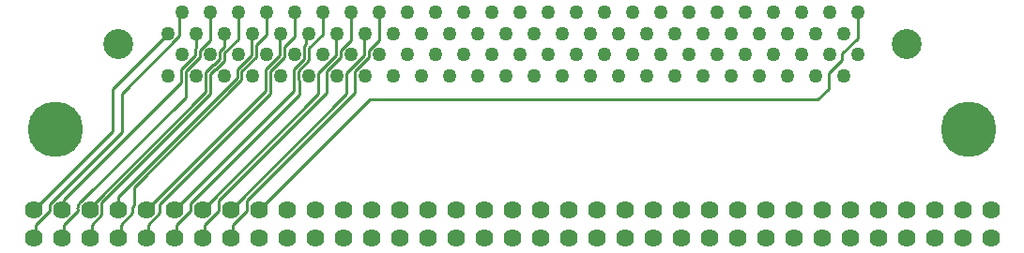
<source format=gtl>
G04*
G04 #@! TF.GenerationSoftware,Altium Limited,Altium Designer,20.0.11 (256)*
G04*
G04 Layer_Physical_Order=1*
G04 Layer_Color=255*
%FSLAX25Y25*%
%MOIN*%
G70*
G01*
G75*
%ADD10C,0.01000*%
%ADD18C,0.06378*%
%ADD19C,0.05000*%
%ADD20C,0.10630*%
%ADD21C,0.19685*%
D10*
X36129Y9651D02*
G03*
X34894Y7046I3033J-3033D01*
G01*
X36129Y9651D02*
X73213Y46736D01*
Y55845D01*
X36129Y9651D02*
X36129D01*
X29161Y6618D02*
X30121Y7577D01*
Y10290D01*
X71613Y51783D01*
Y52200D01*
X71614Y56508D02*
X76613Y61508D01*
Y64008D02*
X76814Y64208D01*
Y69354D01*
X78214Y60846D02*
Y63345D01*
X73213Y55845D02*
X78214Y60846D01*
X76613Y61508D02*
Y64008D01*
X78214Y63345D02*
X81814Y66945D01*
X71614Y52200D02*
Y56508D01*
X34872Y7025D02*
X34894Y7046D01*
X34872Y6264D02*
Y7025D01*
X306465Y60098D02*
Y62240D01*
X311813Y67589D02*
Y76854D01*
X306465Y62240D02*
X311813Y67589D01*
X301535Y55169D02*
X306465Y60098D01*
X297800Y45972D02*
X301535Y49708D01*
Y55169D01*
X138516Y45972D02*
X297800D01*
X99161Y6618D02*
X138516Y45972D01*
X130413Y47870D02*
Y55363D01*
X94872Y10066D02*
X133213Y48407D01*
X94872Y6264D02*
Y10066D01*
X89161Y6618D02*
X130413Y47870D01*
X133213Y48407D02*
Y55900D01*
X138213Y63345D02*
X141813Y66945D01*
X130413Y55363D02*
X136613Y61563D01*
X138213Y60900D02*
Y63345D01*
X136613Y69154D02*
X136813Y69354D01*
X141813Y66945D02*
Y76854D01*
X136613Y61563D02*
Y69154D01*
X133213Y55900D02*
X138213Y60900D01*
X89916Y-2627D02*
Y1307D01*
X89161Y-3382D02*
X89916Y-2627D01*
Y1307D02*
X94872Y6264D01*
X123213Y55900D02*
X128213Y60900D01*
X84872Y9930D02*
X123213Y48271D01*
Y55900D01*
X126613Y61563D02*
Y69154D01*
X131813Y66945D02*
Y76854D01*
X126613Y69154D02*
X126813Y69354D01*
X120413Y55363D02*
X126613Y61563D01*
X128213Y63345D02*
X131813Y66945D01*
X128213Y60900D02*
Y63345D01*
X79161Y-3382D02*
X79916Y-2627D01*
X84872Y6264D02*
Y9930D01*
X79161Y6618D02*
X120413Y47870D01*
X79916Y-2627D02*
Y1307D01*
X120413Y47870D02*
Y55363D01*
X79916Y1307D02*
X84872Y6264D01*
X121813Y68967D02*
Y76854D01*
X117126Y64280D02*
X121813Y68967D01*
X113213Y55900D02*
X117126Y59813D01*
X111613Y56563D02*
X113542Y58492D01*
X116048Y68589D02*
X116813Y69354D01*
X115413Y64830D02*
X116048Y65464D01*
X117126Y59813D02*
Y64280D01*
X116048Y65464D02*
Y68589D01*
X113542Y58492D02*
X115413Y60363D01*
Y64830D01*
X111613Y49070D02*
Y56563D01*
X69161Y6618D02*
X111613Y49070D01*
X113213Y52863D02*
X113576Y52500D01*
X113213Y52863D02*
Y55900D01*
X113576Y47494D02*
Y52500D01*
X69161Y-3382D02*
X69916Y-2627D01*
Y1307D01*
X74872Y6264D01*
Y8790D01*
X113576Y47494D01*
X64122Y5513D02*
Y8772D01*
X103213Y47863D01*
Y55900D01*
X59161Y6618D02*
X101613Y49070D01*
Y56563D01*
X111813Y68309D02*
Y76854D01*
X108213Y64710D02*
X111813Y68309D01*
X103213Y55900D02*
X108213Y60900D01*
X101613Y56563D02*
X106613Y61563D01*
X108213Y60900D02*
Y64710D01*
X106613Y69154D02*
X106813Y69354D01*
X106613Y61563D02*
Y69154D01*
X59161Y-3382D02*
X59916Y-2627D01*
Y1307D01*
X64122Y5513D01*
X49161Y11329D02*
X91500Y53668D01*
Y56450D01*
X54872Y14778D02*
X93100Y53005D01*
Y55787D01*
X49161Y6618D02*
Y11329D01*
X54872Y8152D02*
Y14778D01*
X43450Y4842D02*
Y9403D01*
X39161Y7377D02*
X80414Y48629D01*
X82013Y47966D02*
Y54890D01*
X43450Y9403D02*
X82013Y47966D01*
X80414Y48629D02*
Y55552D01*
X39161Y6618D02*
Y7377D01*
X101813Y68821D02*
Y76854D01*
X98213Y65221D02*
X101813Y68821D01*
X98213Y60900D02*
Y65221D01*
X91500Y56450D02*
X96614Y61563D01*
X93100Y55787D02*
X98213Y60900D01*
X96614Y69154D02*
X96813Y69354D01*
X96614Y61563D02*
Y69154D01*
X54394Y7673D02*
X54872Y8152D01*
X49161Y-3382D02*
X50190Y-2353D01*
Y1286D01*
X54394Y5489D01*
Y7673D01*
X87053Y62482D02*
X91813Y67243D01*
Y76854D01*
X87053Y59740D02*
Y62482D01*
X85413Y60363D02*
Y63105D01*
X82013Y54890D02*
X83778Y56654D01*
X85413Y63105D02*
X86813Y64505D01*
X80414Y55552D02*
X83115Y58254D01*
X83967Y56654D02*
X87053Y59740D01*
X83778Y56654D02*
X83967D01*
X83115Y58254D02*
X83305D01*
X86813Y64505D02*
Y69354D01*
X83305Y58254D02*
X85413Y60363D01*
X39916Y1307D02*
X43450Y4842D01*
X39916Y-2627D02*
Y1307D01*
X39161Y-3382D02*
X39916Y-2627D01*
X81814Y66945D02*
Y76854D01*
X29916Y1307D02*
X34872Y6264D01*
X29916Y-2627D02*
Y1307D01*
X29161Y-3382D02*
X29916Y-2627D01*
X50567Y34232D02*
Y47962D01*
X71122Y68517D01*
Y76163D01*
X71813Y76854D01*
X24872Y8537D02*
X50567Y34232D01*
X24872Y6264D02*
Y8537D01*
X19916Y1307D02*
X24872Y6264D01*
X19916Y-2627D02*
Y1307D01*
X19161Y-3382D02*
X19916Y-2627D01*
X47153Y49694D02*
X66813Y69354D01*
X47153Y34610D02*
Y49694D01*
X19161Y6618D02*
X47153Y34610D01*
D18*
X19161Y6618D02*
D03*
Y-3382D02*
D03*
X29161Y6618D02*
D03*
Y-3382D02*
D03*
X39161Y6618D02*
D03*
Y-3382D02*
D03*
X49161Y6618D02*
D03*
Y-3382D02*
D03*
X59161Y6618D02*
D03*
Y-3382D02*
D03*
X69161Y6618D02*
D03*
Y-3382D02*
D03*
X79161Y6618D02*
D03*
Y-3382D02*
D03*
X89161Y6618D02*
D03*
Y-3382D02*
D03*
X99161Y6618D02*
D03*
Y-3382D02*
D03*
X109161Y6618D02*
D03*
Y-3382D02*
D03*
X119161Y6618D02*
D03*
Y-3382D02*
D03*
X129161Y6618D02*
D03*
Y-3382D02*
D03*
X139161Y6618D02*
D03*
Y-3382D02*
D03*
X149161Y6618D02*
D03*
Y-3382D02*
D03*
X159161Y6618D02*
D03*
Y-3382D02*
D03*
X169161Y6618D02*
D03*
Y-3382D02*
D03*
X179161Y6618D02*
D03*
Y-3382D02*
D03*
X189161Y6618D02*
D03*
Y-3382D02*
D03*
X199161Y6618D02*
D03*
Y-3382D02*
D03*
X209161Y6618D02*
D03*
Y-3382D02*
D03*
X219161Y6618D02*
D03*
Y-3382D02*
D03*
X229161Y6618D02*
D03*
Y-3382D02*
D03*
X239161Y6618D02*
D03*
Y-3382D02*
D03*
X249161Y6618D02*
D03*
Y-3382D02*
D03*
X259161Y6618D02*
D03*
Y-3382D02*
D03*
X269161Y6618D02*
D03*
Y-3382D02*
D03*
X279161Y6618D02*
D03*
Y-3382D02*
D03*
X289161Y6618D02*
D03*
Y-3382D02*
D03*
X299161Y6618D02*
D03*
Y-3382D02*
D03*
X309161Y6618D02*
D03*
Y-3382D02*
D03*
X319161Y6618D02*
D03*
Y-3382D02*
D03*
X329161Y6618D02*
D03*
Y-3382D02*
D03*
X339161Y6618D02*
D03*
Y-3382D02*
D03*
X349161Y6618D02*
D03*
Y-3382D02*
D03*
X359161Y6618D02*
D03*
Y-3382D02*
D03*
D19*
X311813Y76854D02*
D03*
X301814D02*
D03*
X291813D02*
D03*
X281814D02*
D03*
X271814D02*
D03*
X261813D02*
D03*
X251814D02*
D03*
X241813D02*
D03*
X231814D02*
D03*
X221814D02*
D03*
X211813D02*
D03*
X201813D02*
D03*
X191813D02*
D03*
X181813D02*
D03*
X171813D02*
D03*
X161813D02*
D03*
X151813D02*
D03*
X141813D02*
D03*
X131813D02*
D03*
X121813D02*
D03*
X111813D02*
D03*
X101813D02*
D03*
X91813D02*
D03*
X81814D02*
D03*
X71813D02*
D03*
X306814Y69354D02*
D03*
X296814D02*
D03*
X286813D02*
D03*
X276814D02*
D03*
X266813D02*
D03*
X256814D02*
D03*
X246814D02*
D03*
X236813D02*
D03*
X226814D02*
D03*
X216813D02*
D03*
X206814D02*
D03*
X196813D02*
D03*
X186813D02*
D03*
X176813D02*
D03*
X166813D02*
D03*
X156813D02*
D03*
X146813D02*
D03*
X136813D02*
D03*
X126813D02*
D03*
X116813D02*
D03*
X106813D02*
D03*
X96813D02*
D03*
X86813D02*
D03*
X76814D02*
D03*
X66813D02*
D03*
X311813Y61854D02*
D03*
X301814D02*
D03*
X291813D02*
D03*
X281814D02*
D03*
X271814D02*
D03*
X261813D02*
D03*
X251814D02*
D03*
X241813D02*
D03*
X231814D02*
D03*
X221814D02*
D03*
X211813D02*
D03*
X201813D02*
D03*
X191813D02*
D03*
X181813D02*
D03*
X171813D02*
D03*
X161813D02*
D03*
X151813D02*
D03*
X141813D02*
D03*
X131813D02*
D03*
X121813D02*
D03*
X111813D02*
D03*
X101813D02*
D03*
X91813D02*
D03*
X81814D02*
D03*
X71813D02*
D03*
X306814Y54354D02*
D03*
X296814D02*
D03*
X286813D02*
D03*
X276814D02*
D03*
X266813D02*
D03*
X256814D02*
D03*
X246814D02*
D03*
X236813D02*
D03*
X226814D02*
D03*
X216813D02*
D03*
X206814D02*
D03*
X196813D02*
D03*
X186813D02*
D03*
X176813D02*
D03*
X166813D02*
D03*
X156813D02*
D03*
X146813D02*
D03*
X136813D02*
D03*
X126813D02*
D03*
X116813D02*
D03*
X106813D02*
D03*
X96813D02*
D03*
X86813D02*
D03*
X76814D02*
D03*
X66813D02*
D03*
D20*
X49313Y65604D02*
D03*
X329313D02*
D03*
D21*
X351319Y35228D02*
D03*
X26839D02*
D03*
M02*

</source>
